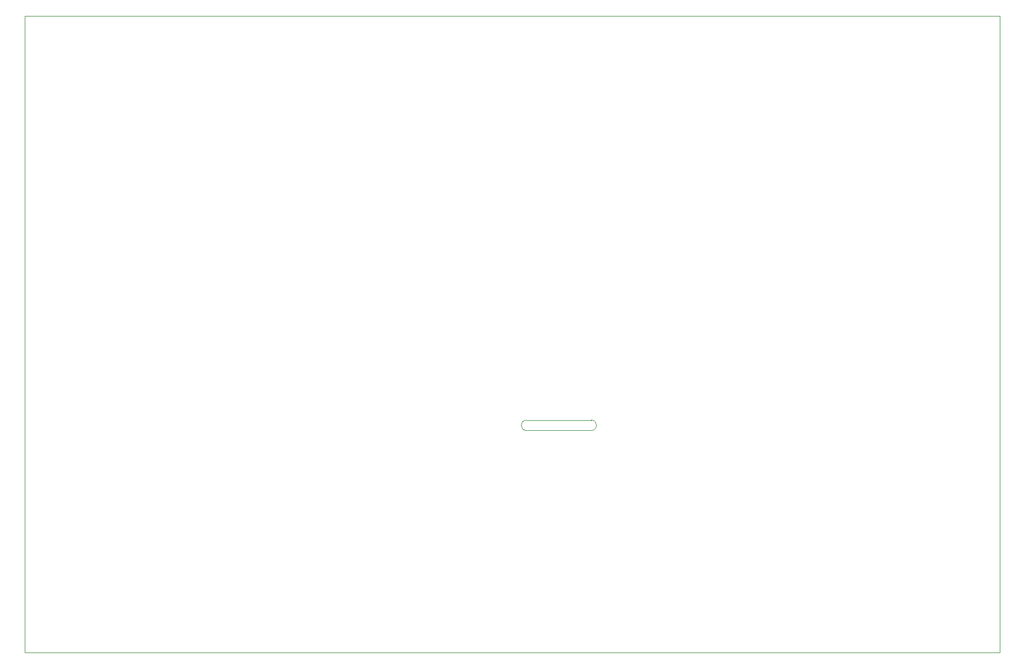
<source format=gbr>
%TF.GenerationSoftware,KiCad,Pcbnew,9.0.7*%
%TF.CreationDate,2026-02-24T00:50:47+09:00*%
%TF.ProjectId,POWER_BD_SV3,504f5745-525f-4424-945f-5356332e6b69,rev?*%
%TF.SameCoordinates,Original*%
%TF.FileFunction,Profile,NP*%
%FSLAX46Y46*%
G04 Gerber Fmt 4.6, Leading zero omitted, Abs format (unit mm)*
G04 Created by KiCad (PCBNEW 9.0.7) date 2026-02-24 00:50:47*
%MOMM*%
%LPD*%
G01*
G04 APERTURE LIST*
%TA.AperFunction,Profile*%
%ADD10C,0.050000*%
%TD*%
%TA.AperFunction,Profile*%
%ADD11C,0.100000*%
%TD*%
G04 APERTURE END LIST*
D10*
X77200000Y34200000D02*
X87200000Y34200000D01*
X87200000Y35800000D02*
X77200000Y35800000D01*
X77200000Y34200000D02*
G75*
G02*
X77200000Y35800000I0J800000D01*
G01*
D11*
X0Y98000000D02*
X150000000Y98000000D01*
X150000000Y0D01*
X0Y0D01*
X0Y98000000D01*
D10*
X87200000Y35800000D02*
G75*
G02*
X87200000Y34200000I0J-800000D01*
G01*
M02*

</source>
